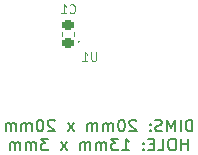
<source format=gbo>
G04 #@! TF.GenerationSoftware,KiCad,Pcbnew,(6.0.11-0)*
G04 #@! TF.CreationDate,2025-05-12T21:50:11-06:00*
G04 #@! TF.ProjectId,LightSensorPCB,4c696768-7453-4656-9e73-6f725043422e,rev?*
G04 #@! TF.SameCoordinates,Original*
G04 #@! TF.FileFunction,Legend,Bot*
G04 #@! TF.FilePolarity,Positive*
%FSLAX46Y46*%
G04 Gerber Fmt 4.6, Leading zero omitted, Abs format (unit mm)*
G04 Created by KiCad (PCBNEW (6.0.11-0)) date 2025-05-12 21:50:11*
%MOMM*%
%LPD*%
G01*
G04 APERTURE LIST*
G04 Aperture macros list*
%AMRoundRect*
0 Rectangle with rounded corners*
0 $1 Rounding radius*
0 $2 $3 $4 $5 $6 $7 $8 $9 X,Y pos of 4 corners*
0 Add a 4 corners polygon primitive as box body*
4,1,4,$2,$3,$4,$5,$6,$7,$8,$9,$2,$3,0*
0 Add four circle primitives for the rounded corners*
1,1,$1+$1,$2,$3*
1,1,$1+$1,$4,$5*
1,1,$1+$1,$6,$7*
1,1,$1+$1,$8,$9*
0 Add four rect primitives between the rounded corners*
20,1,$1+$1,$2,$3,$4,$5,0*
20,1,$1+$1,$4,$5,$6,$7,0*
20,1,$1+$1,$6,$7,$8,$9,0*
20,1,$1+$1,$8,$9,$2,$3,0*%
G04 Aperture macros list end*
%ADD10C,0.160000*%
%ADD11C,0.100000*%
%ADD12C,0.120000*%
%ADD13C,5.600000*%
%ADD14R,0.812800X0.660400*%
%ADD15RoundRect,0.225000X0.250000X-0.225000X0.250000X0.225000X-0.250000X0.225000X-0.250000X-0.225000X0*%
G04 APERTURE END LIST*
D10*
X117904761Y-117447380D02*
X117904761Y-116447380D01*
X117666666Y-116447380D01*
X117523809Y-116495000D01*
X117428571Y-116590238D01*
X117380952Y-116685476D01*
X117333333Y-116875952D01*
X117333333Y-117018809D01*
X117380952Y-117209285D01*
X117428571Y-117304523D01*
X117523809Y-117399761D01*
X117666666Y-117447380D01*
X117904761Y-117447380D01*
X116904761Y-117447380D02*
X116904761Y-116447380D01*
X116428571Y-117447380D02*
X116428571Y-116447380D01*
X116095238Y-117161666D01*
X115761904Y-116447380D01*
X115761904Y-117447380D01*
X115333333Y-117399761D02*
X115190476Y-117447380D01*
X114952380Y-117447380D01*
X114857142Y-117399761D01*
X114809523Y-117352142D01*
X114761904Y-117256904D01*
X114761904Y-117161666D01*
X114809523Y-117066428D01*
X114857142Y-117018809D01*
X114952380Y-116971190D01*
X115142857Y-116923571D01*
X115238095Y-116875952D01*
X115285714Y-116828333D01*
X115333333Y-116733095D01*
X115333333Y-116637857D01*
X115285714Y-116542619D01*
X115238095Y-116495000D01*
X115142857Y-116447380D01*
X114904761Y-116447380D01*
X114761904Y-116495000D01*
X114333333Y-117352142D02*
X114285714Y-117399761D01*
X114333333Y-117447380D01*
X114380952Y-117399761D01*
X114333333Y-117352142D01*
X114333333Y-117447380D01*
X114333333Y-116828333D02*
X114285714Y-116875952D01*
X114333333Y-116923571D01*
X114380952Y-116875952D01*
X114333333Y-116828333D01*
X114333333Y-116923571D01*
X113142857Y-116542619D02*
X113095238Y-116495000D01*
X113000000Y-116447380D01*
X112761904Y-116447380D01*
X112666666Y-116495000D01*
X112619047Y-116542619D01*
X112571428Y-116637857D01*
X112571428Y-116733095D01*
X112619047Y-116875952D01*
X113190476Y-117447380D01*
X112571428Y-117447380D01*
X111952380Y-116447380D02*
X111857142Y-116447380D01*
X111761904Y-116495000D01*
X111714285Y-116542619D01*
X111666666Y-116637857D01*
X111619047Y-116828333D01*
X111619047Y-117066428D01*
X111666666Y-117256904D01*
X111714285Y-117352142D01*
X111761904Y-117399761D01*
X111857142Y-117447380D01*
X111952380Y-117447380D01*
X112047619Y-117399761D01*
X112095238Y-117352142D01*
X112142857Y-117256904D01*
X112190476Y-117066428D01*
X112190476Y-116828333D01*
X112142857Y-116637857D01*
X112095238Y-116542619D01*
X112047619Y-116495000D01*
X111952380Y-116447380D01*
X111190476Y-117447380D02*
X111190476Y-116780714D01*
X111190476Y-116875952D02*
X111142857Y-116828333D01*
X111047619Y-116780714D01*
X110904761Y-116780714D01*
X110809523Y-116828333D01*
X110761904Y-116923571D01*
X110761904Y-117447380D01*
X110761904Y-116923571D02*
X110714285Y-116828333D01*
X110619047Y-116780714D01*
X110476190Y-116780714D01*
X110380952Y-116828333D01*
X110333333Y-116923571D01*
X110333333Y-117447380D01*
X109857142Y-117447380D02*
X109857142Y-116780714D01*
X109857142Y-116875952D02*
X109809523Y-116828333D01*
X109714285Y-116780714D01*
X109571428Y-116780714D01*
X109476190Y-116828333D01*
X109428571Y-116923571D01*
X109428571Y-117447380D01*
X109428571Y-116923571D02*
X109380952Y-116828333D01*
X109285714Y-116780714D01*
X109142857Y-116780714D01*
X109047619Y-116828333D01*
X109000000Y-116923571D01*
X109000000Y-117447380D01*
X107857142Y-117447380D02*
X107333333Y-116780714D01*
X107857142Y-116780714D02*
X107333333Y-117447380D01*
X106238095Y-116542619D02*
X106190476Y-116495000D01*
X106095238Y-116447380D01*
X105857142Y-116447380D01*
X105761904Y-116495000D01*
X105714285Y-116542619D01*
X105666666Y-116637857D01*
X105666666Y-116733095D01*
X105714285Y-116875952D01*
X106285714Y-117447380D01*
X105666666Y-117447380D01*
X105047619Y-116447380D02*
X104952380Y-116447380D01*
X104857142Y-116495000D01*
X104809523Y-116542619D01*
X104761904Y-116637857D01*
X104714285Y-116828333D01*
X104714285Y-117066428D01*
X104761904Y-117256904D01*
X104809523Y-117352142D01*
X104857142Y-117399761D01*
X104952380Y-117447380D01*
X105047619Y-117447380D01*
X105142857Y-117399761D01*
X105190476Y-117352142D01*
X105238095Y-117256904D01*
X105285714Y-117066428D01*
X105285714Y-116828333D01*
X105238095Y-116637857D01*
X105190476Y-116542619D01*
X105142857Y-116495000D01*
X105047619Y-116447380D01*
X104285714Y-117447380D02*
X104285714Y-116780714D01*
X104285714Y-116875952D02*
X104238095Y-116828333D01*
X104142857Y-116780714D01*
X104000000Y-116780714D01*
X103904761Y-116828333D01*
X103857142Y-116923571D01*
X103857142Y-117447380D01*
X103857142Y-116923571D02*
X103809523Y-116828333D01*
X103714285Y-116780714D01*
X103571428Y-116780714D01*
X103476190Y-116828333D01*
X103428571Y-116923571D01*
X103428571Y-117447380D01*
X102952380Y-117447380D02*
X102952380Y-116780714D01*
X102952380Y-116875952D02*
X102904761Y-116828333D01*
X102809523Y-116780714D01*
X102666666Y-116780714D01*
X102571428Y-116828333D01*
X102523809Y-116923571D01*
X102523809Y-117447380D01*
X102523809Y-116923571D02*
X102476190Y-116828333D01*
X102380952Y-116780714D01*
X102238095Y-116780714D01*
X102142857Y-116828333D01*
X102095238Y-116923571D01*
X102095238Y-117447380D01*
X117547619Y-119057380D02*
X117547619Y-118057380D01*
X117547619Y-118533571D02*
X116976190Y-118533571D01*
X116976190Y-119057380D02*
X116976190Y-118057380D01*
X116309523Y-118057380D02*
X116119047Y-118057380D01*
X116023809Y-118105000D01*
X115928571Y-118200238D01*
X115880952Y-118390714D01*
X115880952Y-118724047D01*
X115928571Y-118914523D01*
X116023809Y-119009761D01*
X116119047Y-119057380D01*
X116309523Y-119057380D01*
X116404761Y-119009761D01*
X116500000Y-118914523D01*
X116547619Y-118724047D01*
X116547619Y-118390714D01*
X116500000Y-118200238D01*
X116404761Y-118105000D01*
X116309523Y-118057380D01*
X114976190Y-119057380D02*
X115452380Y-119057380D01*
X115452380Y-118057380D01*
X114642857Y-118533571D02*
X114309523Y-118533571D01*
X114166666Y-119057380D02*
X114642857Y-119057380D01*
X114642857Y-118057380D01*
X114166666Y-118057380D01*
X113738095Y-118962142D02*
X113690476Y-119009761D01*
X113738095Y-119057380D01*
X113785714Y-119009761D01*
X113738095Y-118962142D01*
X113738095Y-119057380D01*
X113738095Y-118438333D02*
X113690476Y-118485952D01*
X113738095Y-118533571D01*
X113785714Y-118485952D01*
X113738095Y-118438333D01*
X113738095Y-118533571D01*
X111976190Y-119057380D02*
X112547619Y-119057380D01*
X112261904Y-119057380D02*
X112261904Y-118057380D01*
X112357142Y-118200238D01*
X112452380Y-118295476D01*
X112547619Y-118343095D01*
X111642857Y-118057380D02*
X111023809Y-118057380D01*
X111357142Y-118438333D01*
X111214285Y-118438333D01*
X111119047Y-118485952D01*
X111071428Y-118533571D01*
X111023809Y-118628809D01*
X111023809Y-118866904D01*
X111071428Y-118962142D01*
X111119047Y-119009761D01*
X111214285Y-119057380D01*
X111500000Y-119057380D01*
X111595238Y-119009761D01*
X111642857Y-118962142D01*
X110595238Y-119057380D02*
X110595238Y-118390714D01*
X110595238Y-118485952D02*
X110547619Y-118438333D01*
X110452380Y-118390714D01*
X110309523Y-118390714D01*
X110214285Y-118438333D01*
X110166666Y-118533571D01*
X110166666Y-119057380D01*
X110166666Y-118533571D02*
X110119047Y-118438333D01*
X110023809Y-118390714D01*
X109880952Y-118390714D01*
X109785714Y-118438333D01*
X109738095Y-118533571D01*
X109738095Y-119057380D01*
X109261904Y-119057380D02*
X109261904Y-118390714D01*
X109261904Y-118485952D02*
X109214285Y-118438333D01*
X109119047Y-118390714D01*
X108976190Y-118390714D01*
X108880952Y-118438333D01*
X108833333Y-118533571D01*
X108833333Y-119057380D01*
X108833333Y-118533571D02*
X108785714Y-118438333D01*
X108690476Y-118390714D01*
X108547619Y-118390714D01*
X108452380Y-118438333D01*
X108404761Y-118533571D01*
X108404761Y-119057380D01*
X107261904Y-119057380D02*
X106738095Y-118390714D01*
X107261904Y-118390714D02*
X106738095Y-119057380D01*
X105690476Y-118057380D02*
X105071428Y-118057380D01*
X105404761Y-118438333D01*
X105261904Y-118438333D01*
X105166666Y-118485952D01*
X105119047Y-118533571D01*
X105071428Y-118628809D01*
X105071428Y-118866904D01*
X105119047Y-118962142D01*
X105166666Y-119009761D01*
X105261904Y-119057380D01*
X105547619Y-119057380D01*
X105642857Y-119009761D01*
X105690476Y-118962142D01*
X104642857Y-119057380D02*
X104642857Y-118390714D01*
X104642857Y-118485952D02*
X104595238Y-118438333D01*
X104500000Y-118390714D01*
X104357142Y-118390714D01*
X104261904Y-118438333D01*
X104214285Y-118533571D01*
X104214285Y-119057380D01*
X104214285Y-118533571D02*
X104166666Y-118438333D01*
X104071428Y-118390714D01*
X103928571Y-118390714D01*
X103833333Y-118438333D01*
X103785714Y-118533571D01*
X103785714Y-119057380D01*
X103309523Y-119057380D02*
X103309523Y-118390714D01*
X103309523Y-118485952D02*
X103261904Y-118438333D01*
X103166666Y-118390714D01*
X103023809Y-118390714D01*
X102928571Y-118438333D01*
X102880952Y-118533571D01*
X102880952Y-119057380D01*
X102880952Y-118533571D02*
X102833333Y-118438333D01*
X102738095Y-118390714D01*
X102595238Y-118390714D01*
X102500000Y-118438333D01*
X102452380Y-118533571D01*
X102452380Y-119057380D01*
D11*
X109768328Y-110742384D02*
X109768328Y-111349527D01*
X109732614Y-111420956D01*
X109696900Y-111456670D01*
X109625471Y-111492384D01*
X109482614Y-111492384D01*
X109411185Y-111456670D01*
X109375471Y-111420956D01*
X109339757Y-111349527D01*
X109339757Y-110742384D01*
X108589757Y-111492384D02*
X109018328Y-111492384D01*
X108804042Y-111492384D02*
X108804042Y-110742384D01*
X108875471Y-110849527D01*
X108946900Y-110920956D01*
X109018328Y-110956670D01*
X107525000Y-107367857D02*
X107560714Y-107403571D01*
X107667857Y-107439285D01*
X107739285Y-107439285D01*
X107846428Y-107403571D01*
X107917857Y-107332142D01*
X107953571Y-107260714D01*
X107989285Y-107117857D01*
X107989285Y-107010714D01*
X107953571Y-106867857D01*
X107917857Y-106796428D01*
X107846428Y-106725000D01*
X107739285Y-106689285D01*
X107667857Y-106689285D01*
X107560714Y-106725000D01*
X107525000Y-106760714D01*
X106810714Y-107439285D02*
X107239285Y-107439285D01*
X107025000Y-107439285D02*
X107025000Y-106689285D01*
X107096428Y-106796428D01*
X107167857Y-106867857D01*
X107239285Y-106903571D01*
D12*
X108371300Y-109853100D02*
G75*
G03*
X108371300Y-109853100I-76200J0D01*
G01*
X106890000Y-109340580D02*
X106890000Y-109059420D01*
X107910000Y-109340580D02*
X107910000Y-109059420D01*
%LPC*%
D13*
X103500000Y-103500000D03*
X116500000Y-103500000D03*
D14*
X109403100Y-109853099D03*
X109403100Y-108653101D03*
X110596900Y-108653101D03*
X110596900Y-109853099D03*
D15*
X107400000Y-109975000D03*
X107400000Y-108425000D03*
M02*

</source>
